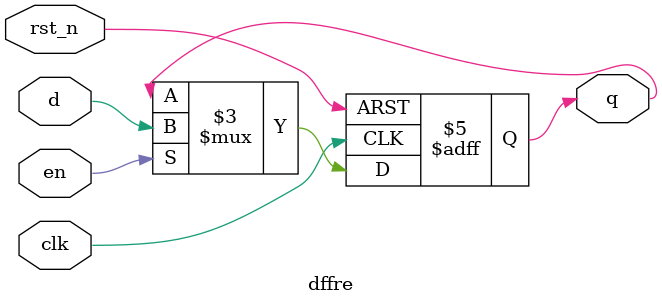
<source format=v>
module dffre#(
	parameter WIDTH = 1
)(
	input 					clk,
	input 					rst_n,
	input  	[WIDTH -1:0]	d,
	input					en,
	output reg[WIDTH -1:0]	q
);
always @(posedge clk or negedge rst_n)begin
	if(~rst_n)  q <= {WIDTH{1'b0}};
	else if(en) q <= d;
end
endmodule
</source>
